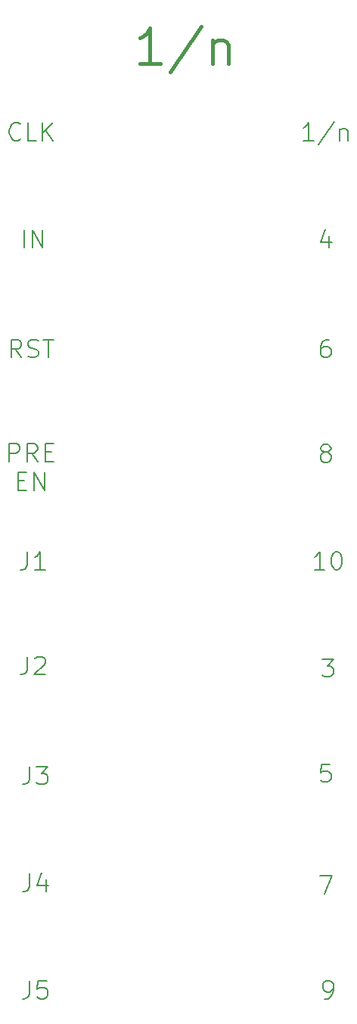
<source format=gbr>
G04 #@! TF.GenerationSoftware,KiCad,Pcbnew,(5.1.5-0)*
G04 #@! TF.CreationDate,2021-01-08T11:54:28-08:00*
G04 #@! TF.ProjectId,dividebyn,64697669-6465-4627-996e-2e6b69636164,rev?*
G04 #@! TF.SameCoordinates,Original*
G04 #@! TF.FileFunction,Legend,Top*
G04 #@! TF.FilePolarity,Positive*
%FSLAX46Y46*%
G04 Gerber Fmt 4.6, Leading zero omitted, Abs format (unit mm)*
G04 Created by KiCad (PCBNEW (5.1.5-0)) date 2021-01-08 11:54:28*
%MOMM*%
%LPD*%
G04 APERTURE LIST*
%ADD10C,0.200000*%
%ADD11C,0.400000*%
G04 APERTURE END LIST*
D10*
X2883333Y-160404761D02*
X2883333Y-161833333D01*
X2788095Y-162119047D01*
X2597619Y-162309523D01*
X2311904Y-162404761D01*
X2121428Y-162404761D01*
X4883333Y-162404761D02*
X3740476Y-162404761D01*
X4311904Y-162404761D02*
X4311904Y-160404761D01*
X4121428Y-160690476D01*
X3930952Y-160880952D01*
X3740476Y-160976190D01*
X2883333Y-172154761D02*
X2883333Y-173583333D01*
X2788095Y-173869047D01*
X2597619Y-174059523D01*
X2311904Y-174154761D01*
X2121428Y-174154761D01*
X3740476Y-172345238D02*
X3835714Y-172250000D01*
X4026190Y-172154761D01*
X4502380Y-172154761D01*
X4692857Y-172250000D01*
X4788095Y-172345238D01*
X4883333Y-172535714D01*
X4883333Y-172726190D01*
X4788095Y-173011904D01*
X3645238Y-174154761D01*
X4883333Y-174154761D01*
X3133333Y-184404761D02*
X3133333Y-185833333D01*
X3038095Y-186119047D01*
X2847619Y-186309523D01*
X2561904Y-186404761D01*
X2371428Y-186404761D01*
X3895238Y-184404761D02*
X5133333Y-184404761D01*
X4466666Y-185166666D01*
X4752380Y-185166666D01*
X4942857Y-185261904D01*
X5038095Y-185357142D01*
X5133333Y-185547619D01*
X5133333Y-186023809D01*
X5038095Y-186214285D01*
X4942857Y-186309523D01*
X4752380Y-186404761D01*
X4180952Y-186404761D01*
X3990476Y-186309523D01*
X3895238Y-186214285D01*
X3133333Y-196404761D02*
X3133333Y-197833333D01*
X3038095Y-198119047D01*
X2847619Y-198309523D01*
X2561904Y-198404761D01*
X2371428Y-198404761D01*
X4942857Y-197071428D02*
X4942857Y-198404761D01*
X4466666Y-196309523D02*
X3990476Y-197738095D01*
X5228571Y-197738095D01*
X3133333Y-208404761D02*
X3133333Y-209833333D01*
X3038095Y-210119047D01*
X2847619Y-210309523D01*
X2561904Y-210404761D01*
X2371428Y-210404761D01*
X5038095Y-208404761D02*
X4085714Y-208404761D01*
X3990476Y-209357142D01*
X4085714Y-209261904D01*
X4276190Y-209166666D01*
X4752380Y-209166666D01*
X4942857Y-209261904D01*
X5038095Y-209357142D01*
X5133333Y-209547619D01*
X5133333Y-210023809D01*
X5038095Y-210214285D01*
X4942857Y-210309523D01*
X4752380Y-210404761D01*
X4276190Y-210404761D01*
X4085714Y-210309523D01*
X3990476Y-210214285D01*
X36169047Y-210404761D02*
X36550000Y-210404761D01*
X36740476Y-210309523D01*
X36835714Y-210214285D01*
X37026190Y-209928571D01*
X37121428Y-209547619D01*
X37121428Y-208785714D01*
X37026190Y-208595238D01*
X36930952Y-208500000D01*
X36740476Y-208404761D01*
X36359523Y-208404761D01*
X36169047Y-208500000D01*
X36073809Y-208595238D01*
X35978571Y-208785714D01*
X35978571Y-209261904D01*
X36073809Y-209452380D01*
X36169047Y-209547619D01*
X36359523Y-209642857D01*
X36740476Y-209642857D01*
X36930952Y-209547619D01*
X37026190Y-209452380D01*
X37121428Y-209261904D01*
X35633333Y-196654761D02*
X36966666Y-196654761D01*
X36109523Y-198654761D01*
X36776190Y-184154761D02*
X35823809Y-184154761D01*
X35728571Y-185107142D01*
X35823809Y-185011904D01*
X36014285Y-184916666D01*
X36490476Y-184916666D01*
X36680952Y-185011904D01*
X36776190Y-185107142D01*
X36871428Y-185297619D01*
X36871428Y-185773809D01*
X36776190Y-185964285D01*
X36680952Y-186059523D01*
X36490476Y-186154761D01*
X36014285Y-186154761D01*
X35823809Y-186059523D01*
X35728571Y-185964285D01*
X35883333Y-172404761D02*
X37121428Y-172404761D01*
X36454761Y-173166666D01*
X36740476Y-173166666D01*
X36930952Y-173261904D01*
X37026190Y-173357142D01*
X37121428Y-173547619D01*
X37121428Y-174023809D01*
X37026190Y-174214285D01*
X36930952Y-174309523D01*
X36740476Y-174404761D01*
X36169047Y-174404761D01*
X35978571Y-174309523D01*
X35883333Y-174214285D01*
X36109523Y-149261904D02*
X35919047Y-149166666D01*
X35823809Y-149071428D01*
X35728571Y-148880952D01*
X35728571Y-148785714D01*
X35823809Y-148595238D01*
X35919047Y-148500000D01*
X36109523Y-148404761D01*
X36490476Y-148404761D01*
X36680952Y-148500000D01*
X36776190Y-148595238D01*
X36871428Y-148785714D01*
X36871428Y-148880952D01*
X36776190Y-149071428D01*
X36680952Y-149166666D01*
X36490476Y-149261904D01*
X36109523Y-149261904D01*
X35919047Y-149357142D01*
X35823809Y-149452380D01*
X35728571Y-149642857D01*
X35728571Y-150023809D01*
X35823809Y-150214285D01*
X35919047Y-150309523D01*
X36109523Y-150404761D01*
X36490476Y-150404761D01*
X36680952Y-150309523D01*
X36776190Y-150214285D01*
X36871428Y-150023809D01*
X36871428Y-149642857D01*
X36776190Y-149452380D01*
X36680952Y-149357142D01*
X36490476Y-149261904D01*
X36169047Y-162404761D02*
X35026190Y-162404761D01*
X35597619Y-162404761D02*
X35597619Y-160404761D01*
X35407142Y-160690476D01*
X35216666Y-160880952D01*
X35026190Y-160976190D01*
X37407142Y-160404761D02*
X37597619Y-160404761D01*
X37788095Y-160500000D01*
X37883333Y-160595238D01*
X37978571Y-160785714D01*
X38073809Y-161166666D01*
X38073809Y-161642857D01*
X37978571Y-162023809D01*
X37883333Y-162214285D01*
X37788095Y-162309523D01*
X37597619Y-162404761D01*
X37407142Y-162404761D01*
X37216666Y-162309523D01*
X37121428Y-162214285D01*
X37026190Y-162023809D01*
X36930952Y-161642857D01*
X36930952Y-161166666D01*
X37026190Y-160785714D01*
X37121428Y-160595238D01*
X37216666Y-160500000D01*
X37407142Y-160404761D01*
X871428Y-150304761D02*
X871428Y-148304761D01*
X1633333Y-148304761D01*
X1823809Y-148400000D01*
X1919047Y-148495238D01*
X2014285Y-148685714D01*
X2014285Y-148971428D01*
X1919047Y-149161904D01*
X1823809Y-149257142D01*
X1633333Y-149352380D01*
X871428Y-149352380D01*
X4014285Y-150304761D02*
X3347619Y-149352380D01*
X2871428Y-150304761D02*
X2871428Y-148304761D01*
X3633333Y-148304761D01*
X3823809Y-148400000D01*
X3919047Y-148495238D01*
X4014285Y-148685714D01*
X4014285Y-148971428D01*
X3919047Y-149161904D01*
X3823809Y-149257142D01*
X3633333Y-149352380D01*
X2871428Y-149352380D01*
X4871428Y-149257142D02*
X5538095Y-149257142D01*
X5823809Y-150304761D02*
X4871428Y-150304761D01*
X4871428Y-148304761D01*
X5823809Y-148304761D01*
X1823809Y-152457142D02*
X2490476Y-152457142D01*
X2776190Y-153504761D02*
X1823809Y-153504761D01*
X1823809Y-151504761D01*
X2776190Y-151504761D01*
X3633333Y-153504761D02*
X3633333Y-151504761D01*
X4776190Y-153504761D01*
X4776190Y-151504761D01*
X2204761Y-138654761D02*
X1538095Y-137702380D01*
X1061904Y-138654761D02*
X1061904Y-136654761D01*
X1823809Y-136654761D01*
X2014285Y-136750000D01*
X2109523Y-136845238D01*
X2204761Y-137035714D01*
X2204761Y-137321428D01*
X2109523Y-137511904D01*
X2014285Y-137607142D01*
X1823809Y-137702380D01*
X1061904Y-137702380D01*
X2966666Y-138559523D02*
X3252380Y-138654761D01*
X3728571Y-138654761D01*
X3919047Y-138559523D01*
X4014285Y-138464285D01*
X4109523Y-138273809D01*
X4109523Y-138083333D01*
X4014285Y-137892857D01*
X3919047Y-137797619D01*
X3728571Y-137702380D01*
X3347619Y-137607142D01*
X3157142Y-137511904D01*
X3061904Y-137416666D01*
X2966666Y-137226190D01*
X2966666Y-137035714D01*
X3061904Y-136845238D01*
X3157142Y-136750000D01*
X3347619Y-136654761D01*
X3823809Y-136654761D01*
X4109523Y-136750000D01*
X4680952Y-136654761D02*
X5823809Y-136654761D01*
X5252380Y-138654761D02*
X5252380Y-136654761D01*
X36680952Y-136654761D02*
X36300000Y-136654761D01*
X36109523Y-136750000D01*
X36014285Y-136845238D01*
X35823809Y-137130952D01*
X35728571Y-137511904D01*
X35728571Y-138273809D01*
X35823809Y-138464285D01*
X35919047Y-138559523D01*
X36109523Y-138654761D01*
X36490476Y-138654761D01*
X36680952Y-138559523D01*
X36776190Y-138464285D01*
X36871428Y-138273809D01*
X36871428Y-137797619D01*
X36776190Y-137607142D01*
X36680952Y-137511904D01*
X36490476Y-137416666D01*
X36109523Y-137416666D01*
X35919047Y-137511904D01*
X35823809Y-137607142D01*
X35728571Y-137797619D01*
X36680952Y-125071428D02*
X36680952Y-126404761D01*
X36204761Y-124309523D02*
X35728571Y-125738095D01*
X36966666Y-125738095D01*
X34919047Y-114404761D02*
X33776190Y-114404761D01*
X34347619Y-114404761D02*
X34347619Y-112404761D01*
X34157142Y-112690476D01*
X33966666Y-112880952D01*
X33776190Y-112976190D01*
X37204761Y-112309523D02*
X35490476Y-114880952D01*
X37871428Y-113071428D02*
X37871428Y-114404761D01*
X37871428Y-113261904D02*
X37966666Y-113166666D01*
X38157142Y-113071428D01*
X38442857Y-113071428D01*
X38633333Y-113166666D01*
X38728571Y-113357142D01*
X38728571Y-114404761D01*
X2502380Y-126404761D02*
X2502380Y-124404761D01*
X3454761Y-126404761D02*
X3454761Y-124404761D01*
X4597619Y-126404761D01*
X4597619Y-124404761D01*
X2109523Y-114214285D02*
X2014285Y-114309523D01*
X1728571Y-114404761D01*
X1538095Y-114404761D01*
X1252380Y-114309523D01*
X1061904Y-114119047D01*
X966666Y-113928571D01*
X871428Y-113547619D01*
X871428Y-113261904D01*
X966666Y-112880952D01*
X1061904Y-112690476D01*
X1252380Y-112500000D01*
X1538095Y-112404761D01*
X1728571Y-112404761D01*
X2014285Y-112500000D01*
X2109523Y-112595238D01*
X3919047Y-114404761D02*
X2966666Y-114404761D01*
X2966666Y-112404761D01*
X4585714Y-114404761D02*
X4585714Y-112404761D01*
X5728571Y-114404761D02*
X4871428Y-113261904D01*
X5728571Y-112404761D02*
X4585714Y-113547619D01*
D11*
X17738095Y-105809523D02*
X15452380Y-105809523D01*
X16595238Y-105809523D02*
X16595238Y-101809523D01*
X16214285Y-102380952D01*
X15833333Y-102761904D01*
X15452380Y-102952380D01*
X22309523Y-101619047D02*
X18880952Y-106761904D01*
X23642857Y-103142857D02*
X23642857Y-105809523D01*
X23642857Y-103523809D02*
X23833333Y-103333333D01*
X24214285Y-103142857D01*
X24785714Y-103142857D01*
X25166666Y-103333333D01*
X25357142Y-103714285D01*
X25357142Y-105809523D01*
M02*

</source>
